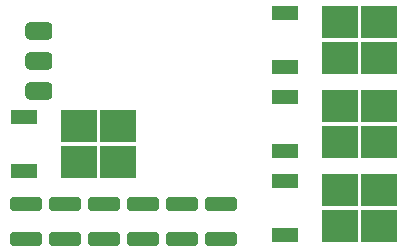
<source format=gbr>
%TF.GenerationSoftware,KiCad,Pcbnew,(6.0.5)*%
%TF.CreationDate,2023-01-29T08:36:09+08:00*%
%TF.ProjectId,Brushless_ESC_STC_V2,42727573-686c-4657-9373-5f4553435f53,rev?*%
%TF.SameCoordinates,Original*%
%TF.FileFunction,Paste,Bot*%
%TF.FilePolarity,Positive*%
%FSLAX46Y46*%
G04 Gerber Fmt 4.6, Leading zero omitted, Abs format (unit mm)*
G04 Created by KiCad (PCBNEW (6.0.5)) date 2023-01-29 08:36:09*
%MOMM*%
%LPD*%
G01*
G04 APERTURE LIST*
G04 Aperture macros list*
%AMRoundRect*
0 Rectangle with rounded corners*
0 $1 Rounding radius*
0 $2 $3 $4 $5 $6 $7 $8 $9 X,Y pos of 4 corners*
0 Add a 4 corners polygon primitive as box body*
4,1,4,$2,$3,$4,$5,$6,$7,$8,$9,$2,$3,0*
0 Add four circle primitives for the rounded corners*
1,1,$1+$1,$2,$3*
1,1,$1+$1,$4,$5*
1,1,$1+$1,$6,$7*
1,1,$1+$1,$8,$9*
0 Add four rect primitives between the rounded corners*
20,1,$1+$1,$2,$3,$4,$5,0*
20,1,$1+$1,$4,$5,$6,$7,0*
20,1,$1+$1,$6,$7,$8,$9,0*
20,1,$1+$1,$8,$9,$2,$3,0*%
G04 Aperture macros list end*
%ADD10R,3.050000X2.750000*%
%ADD11R,2.200000X1.200000*%
%ADD12RoundRect,0.250000X1.100000X-0.325000X1.100000X0.325000X-1.100000X0.325000X-1.100000X-0.325000X0*%
%ADD13RoundRect,0.381000X0.762000X0.381000X-0.762000X0.381000X-0.762000X-0.381000X0.762000X-0.381000X0*%
G04 APERTURE END LIST*
D10*
%TO.C,U2*%
X88611000Y-122554000D03*
X85261000Y-122554000D03*
X85261000Y-125604000D03*
X88611000Y-125604000D03*
D11*
X80636000Y-126359000D03*
X80636000Y-121799000D03*
%TD*%
D12*
%TO.C,C6*%
X90678000Y-132158000D03*
X90678000Y-129208000D03*
%TD*%
%TO.C,C11*%
X80772000Y-132158000D03*
X80772000Y-129208000D03*
%TD*%
D10*
%TO.C,Q5*%
X110709000Y-113791000D03*
X107359000Y-113791000D03*
X107359000Y-116841000D03*
X110709000Y-116841000D03*
D11*
X102734000Y-117596000D03*
X102734000Y-113036000D03*
%TD*%
D12*
%TO.C,C5*%
X93980000Y-132158000D03*
X93980000Y-129208000D03*
%TD*%
%TO.C,C4*%
X97282000Y-132158000D03*
X97282000Y-129208000D03*
%TD*%
D13*
%TO.C,J1*%
X81915000Y-119634000D03*
%TD*%
D10*
%TO.C,Q9*%
X107359000Y-131065000D03*
X110709000Y-131065000D03*
X107359000Y-128015000D03*
X110709000Y-128015000D03*
D11*
X102734000Y-131820000D03*
X102734000Y-127260000D03*
%TD*%
D13*
%TO.C,J2*%
X81915000Y-114554000D03*
%TD*%
%TO.C,J3*%
X81915000Y-117094000D03*
%TD*%
D10*
%TO.C,Q7*%
X110709000Y-120903000D03*
X110709000Y-123953000D03*
X107359000Y-120903000D03*
X107359000Y-123953000D03*
D11*
X102734000Y-124708000D03*
X102734000Y-120148000D03*
%TD*%
D12*
%TO.C,C9*%
X84074000Y-132158000D03*
X84074000Y-129208000D03*
%TD*%
%TO.C,C7*%
X87376000Y-132158000D03*
X87376000Y-129208000D03*
%TD*%
M02*

</source>
